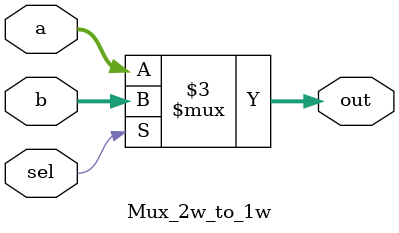
<source format=v>
`timescale 1ns / 1ps


module Mux_2w_to_1w(
    output reg [2:0] out, // Output data
    input [2:0] a,        // First input
    input [2:0] b,        // Second input
    input sel             // Selector
);

    // Always block for mux logic
    always @ (a, b, sel)
    begin
        if (sel) out = b;
        else out = a;
    end
    
endmodule

</source>
